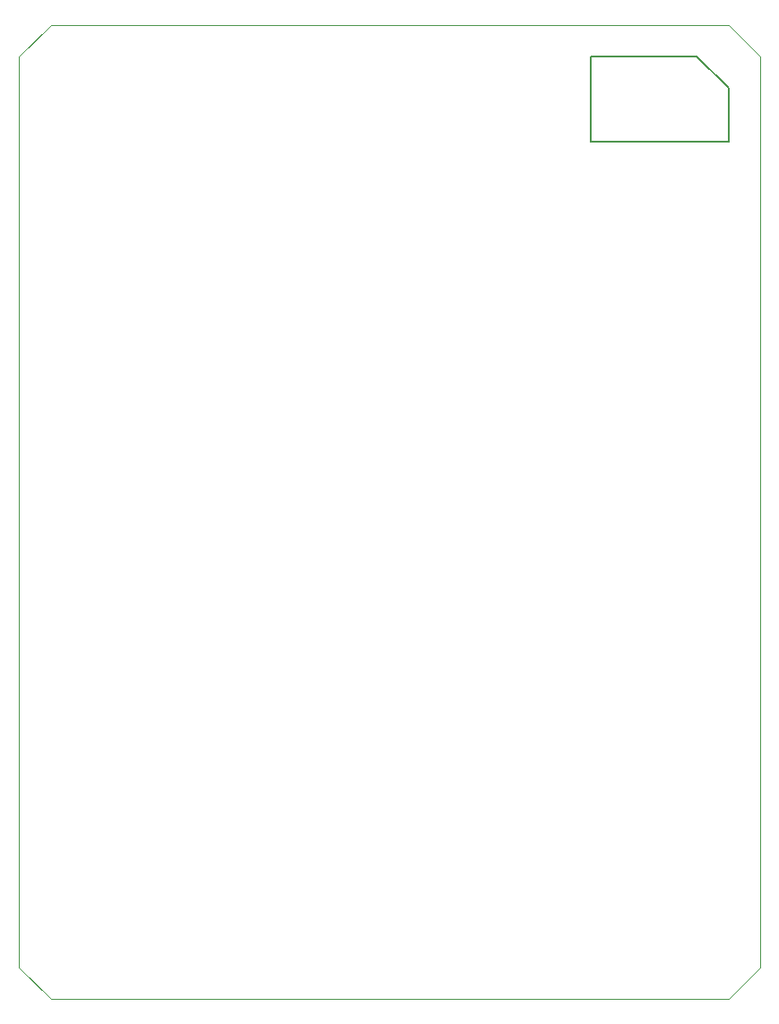
<source format=gbr>
G04 #@! TF.FileFunction,Profile,NP*
%FSLAX46Y46*%
G04 Gerber Fmt 4.6, Leading zero omitted, Abs format (unit mm)*
G04 Created by KiCad (PCBNEW 4.0.5+dfsg1-4) date Mon Sep 23 08:09:59 2019*
%MOMM*%
%LPD*%
G01*
G04 APERTURE LIST*
%ADD10C,0.100000*%
%ADD11C,0.200000*%
G04 APERTURE END LIST*
D10*
D11*
X166450000Y-53590000D02*
X176450000Y-53590000D01*
X166450000Y-61590000D02*
X166450000Y-53590000D01*
X179450000Y-61590000D02*
X166450000Y-61590000D01*
X179450000Y-56590000D02*
X179450000Y-61590000D01*
X176450000Y-53590000D02*
X179450000Y-56590000D01*
D10*
X112450000Y-139590000D02*
X112450000Y-53590000D01*
X115450000Y-142590000D02*
X112450000Y-139590000D01*
X179450000Y-142590000D02*
X115450000Y-142590000D01*
X182450000Y-139590000D02*
X179450000Y-142590000D01*
X182450000Y-53590000D02*
X182450000Y-139590000D01*
X179450000Y-50590000D02*
X182450000Y-53590000D01*
X115450000Y-50590000D02*
X179450000Y-50590000D01*
X112450000Y-53590000D02*
X115450000Y-50590000D01*
M02*

</source>
